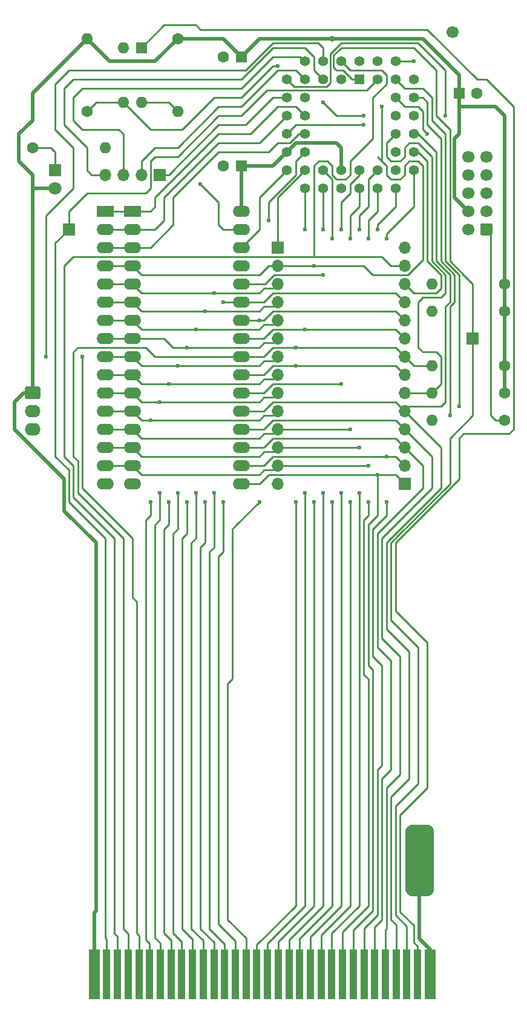
<source format=gbr>
G04 #@! TF.GenerationSoftware,KiCad,Pcbnew,(5.1.7)-1*
G04 #@! TF.CreationDate,2022-08-21T21:46:21-03:00*
G04 #@! TF.ProjectId,Squareboi2,53717561-7265-4626-9f69-322e6b696361,1*
G04 #@! TF.SameCoordinates,Original*
G04 #@! TF.FileFunction,Copper,L1,Top*
G04 #@! TF.FilePolarity,Positive*
%FSLAX46Y46*%
G04 Gerber Fmt 4.6, Leading zero omitted, Abs format (unit mm)*
G04 Created by KiCad (PCBNEW (5.1.7)-1) date 2022-08-21 21:46:21*
%MOMM*%
%LPD*%
G01*
G04 APERTURE LIST*
G04 #@! TA.AperFunction,ComponentPad*
%ADD10O,1.600000X1.600000*%
G04 #@! TD*
G04 #@! TA.AperFunction,ComponentPad*
%ADD11C,1.600000*%
G04 #@! TD*
G04 #@! TA.AperFunction,ComponentPad*
%ADD12R,1.700000X1.700000*%
G04 #@! TD*
G04 #@! TA.AperFunction,ComponentPad*
%ADD13O,2.190000X1.740000*%
G04 #@! TD*
G04 #@! TA.AperFunction,ComponentPad*
%ADD14C,1.800000*%
G04 #@! TD*
G04 #@! TA.AperFunction,ComponentPad*
%ADD15R,1.800000X1.800000*%
G04 #@! TD*
G04 #@! TA.AperFunction,ComponentPad*
%ADD16R,1.600000X1.600000*%
G04 #@! TD*
G04 #@! TA.AperFunction,ComponentPad*
%ADD17C,1.700000*%
G04 #@! TD*
G04 #@! TA.AperFunction,ComponentPad*
%ADD18O,1.700000X1.700000*%
G04 #@! TD*
G04 #@! TA.AperFunction,ComponentPad*
%ADD19O,2.400000X1.600000*%
G04 #@! TD*
G04 #@! TA.AperFunction,ComponentPad*
%ADD20R,2.400000X1.600000*%
G04 #@! TD*
G04 #@! TA.AperFunction,ComponentPad*
%ADD21C,1.422400*%
G04 #@! TD*
G04 #@! TA.AperFunction,ComponentPad*
%ADD22R,1.422400X1.422400*%
G04 #@! TD*
G04 #@! TA.AperFunction,SMDPad,CuDef*
%ADD23R,1.500000X7.000000*%
G04 #@! TD*
G04 #@! TA.AperFunction,SMDPad,CuDef*
%ADD24R,1.000000X7.000000*%
G04 #@! TD*
G04 #@! TA.AperFunction,ViaPad*
%ADD25C,0.800000*%
G04 #@! TD*
G04 #@! TA.AperFunction,ViaPad*
%ADD26C,0.600000*%
G04 #@! TD*
G04 #@! TA.AperFunction,Conductor*
%ADD27C,0.500000*%
G04 #@! TD*
G04 #@! TA.AperFunction,Conductor*
%ADD28C,0.250000*%
G04 #@! TD*
G04 #@! TA.AperFunction,Conductor*
%ADD29C,0.254000*%
G04 #@! TD*
G04 #@! TA.AperFunction,Conductor*
%ADD30C,0.100000*%
G04 #@! TD*
G04 APERTURE END LIST*
D10*
X78740000Y-62230000D03*
D11*
X88900000Y-62230000D03*
D12*
X84455000Y-66040000D03*
D13*
X22860000Y-78740000D03*
X22860000Y-76200000D03*
G04 #@! TA.AperFunction,ComponentPad*
G36*
G01*
X22014999Y-72790000D02*
X23705001Y-72790000D01*
G75*
G02*
X23955000Y-73039999I0J-249999D01*
G01*
X23955000Y-74280001D01*
G75*
G02*
X23705001Y-74530000I-249999J0D01*
G01*
X22014999Y-74530000D01*
G75*
G02*
X21765000Y-74280001I0J249999D01*
G01*
X21765000Y-73039999D01*
G75*
G02*
X22014999Y-72790000I249999J0D01*
G01*
G37*
G04 #@! TD.AperFunction*
D14*
X26035000Y-45085000D03*
D15*
X26035000Y-42545000D03*
D10*
X33020000Y-39370000D03*
D11*
X22860000Y-39370000D03*
D10*
X78740000Y-77470000D03*
D11*
X88900000Y-77470000D03*
D10*
X78740000Y-73660000D03*
D11*
X88900000Y-73660000D03*
D10*
X78740000Y-69850000D03*
D11*
X88900000Y-69850000D03*
D10*
X78740000Y-58420000D03*
D11*
X88900000Y-58420000D03*
D10*
X30480000Y-24130000D03*
D11*
X30480000Y-34290000D03*
D10*
X43180000Y-34290000D03*
D11*
X43180000Y-24130000D03*
D10*
X38100000Y-33020000D03*
X35560000Y-25400000D03*
X35560000Y-33020000D03*
D16*
X38100000Y-25400000D03*
D17*
X83820000Y-40640000D03*
X83820000Y-43180000D03*
X83820000Y-45720000D03*
X83820000Y-48260000D03*
X83820000Y-50800000D03*
X86360000Y-40640000D03*
X86360000Y-43180000D03*
X86360000Y-45720000D03*
X86360000Y-48260000D03*
G04 #@! TA.AperFunction,ComponentPad*
G36*
G01*
X87210000Y-50200000D02*
X87210000Y-51400000D01*
G75*
G02*
X86960000Y-51650000I-250000J0D01*
G01*
X85760000Y-51650000D01*
G75*
G02*
X85510000Y-51400000I0J250000D01*
G01*
X85510000Y-50200000D01*
G75*
G02*
X85760000Y-49950000I250000J0D01*
G01*
X86960000Y-49950000D01*
G75*
G02*
X87210000Y-50200000I0J-250000D01*
G01*
G37*
G04 #@! TD.AperFunction*
D18*
X74930000Y-53340000D03*
X74930000Y-55880000D03*
X74930000Y-58420000D03*
X74930000Y-60960000D03*
X74930000Y-63500000D03*
X74930000Y-66040000D03*
X74930000Y-68580000D03*
X74930000Y-71120000D03*
X74930000Y-73660000D03*
X74930000Y-76200000D03*
X74930000Y-78740000D03*
X74930000Y-81280000D03*
X74930000Y-83820000D03*
D12*
X74930000Y-86360000D03*
D18*
X57150000Y-86360000D03*
X57150000Y-83820000D03*
X57150000Y-81280000D03*
X57150000Y-78740000D03*
X57150000Y-76200000D03*
X57150000Y-73660000D03*
X57150000Y-71120000D03*
X57150000Y-68580000D03*
X57150000Y-66040000D03*
X57150000Y-63500000D03*
X57150000Y-60960000D03*
X57150000Y-58420000D03*
X57150000Y-55880000D03*
D12*
X57150000Y-53340000D03*
D18*
X33020000Y-43180000D03*
X35560000Y-43180000D03*
X38100000Y-43180000D03*
D12*
X40640000Y-43180000D03*
D19*
X33020000Y-86360000D03*
X33020000Y-83820000D03*
X33020000Y-81280000D03*
X33020000Y-78740000D03*
X33020000Y-76200000D03*
X33020000Y-73660000D03*
X33020000Y-71120000D03*
X33020000Y-68580000D03*
X33020000Y-66040000D03*
X33020000Y-63500000D03*
X33020000Y-60960000D03*
X33020000Y-58420000D03*
X33020000Y-55880000D03*
X33020000Y-53340000D03*
X33020000Y-50800000D03*
D20*
X33020000Y-48260000D03*
D12*
X27940000Y-50800000D03*
D11*
X85050000Y-31750000D03*
D16*
X82550000Y-31750000D03*
D17*
X81661000Y-23241000D03*
D19*
X52070000Y-48260000D03*
X36830000Y-86360000D03*
X52070000Y-50800000D03*
X36830000Y-83820000D03*
X52070000Y-53340000D03*
X36830000Y-81280000D03*
X52070000Y-55880000D03*
X36830000Y-78740000D03*
X52070000Y-58420000D03*
X36830000Y-76200000D03*
X52070000Y-60960000D03*
X36830000Y-73660000D03*
X52070000Y-63500000D03*
X36830000Y-71120000D03*
X52070000Y-66040000D03*
X36830000Y-68580000D03*
X52070000Y-68580000D03*
X36830000Y-66040000D03*
X52070000Y-71120000D03*
X36830000Y-63500000D03*
X52070000Y-73660000D03*
X36830000Y-60960000D03*
X52070000Y-76200000D03*
X36830000Y-58420000D03*
X52070000Y-78740000D03*
X36830000Y-55880000D03*
X52070000Y-81280000D03*
X36830000Y-53340000D03*
X52070000Y-83820000D03*
X36830000Y-50800000D03*
X52070000Y-86360000D03*
D20*
X36830000Y-48260000D03*
D21*
X76200000Y-29845000D03*
X76200000Y-32385000D03*
X76200000Y-34925000D03*
X76200000Y-37465000D03*
X76200000Y-40005000D03*
X73660000Y-27305000D03*
X73660000Y-32385000D03*
X73660000Y-34925000D03*
X73660000Y-37465000D03*
X73660000Y-40005000D03*
X73660000Y-42545000D03*
X73660000Y-45085000D03*
X71120000Y-45085000D03*
X68580000Y-45085000D03*
X66040000Y-45085000D03*
X63500000Y-45085000D03*
X60960000Y-45085000D03*
X76200000Y-42545000D03*
X71120000Y-42545000D03*
X68580000Y-42545000D03*
X66040000Y-42545000D03*
X63500000Y-42545000D03*
X60960000Y-42545000D03*
X58420000Y-42545000D03*
X58420000Y-40005000D03*
X58420000Y-37465000D03*
X58420000Y-34925000D03*
X58420000Y-32385000D03*
X58420000Y-29845000D03*
X60960000Y-40005000D03*
X60960000Y-37465000D03*
X60960000Y-34925000D03*
X60960000Y-32385000D03*
X60960000Y-29845000D03*
X71120000Y-27305000D03*
X68580000Y-27305000D03*
X60960000Y-27305000D03*
X63500000Y-27305000D03*
X66040000Y-27305000D03*
X73660000Y-29845000D03*
X71120000Y-29845000D03*
X63500000Y-29845000D03*
X66040000Y-29845000D03*
D22*
X68580000Y-29845000D03*
D23*
X78500000Y-155000000D03*
D24*
X76750000Y-155000000D03*
X75250000Y-155000000D03*
X73750000Y-155000000D03*
X72250000Y-155000000D03*
X70750000Y-155000000D03*
X69250000Y-155000000D03*
X67750000Y-155000000D03*
X66250000Y-155000000D03*
X64750000Y-155000000D03*
X63250000Y-155000000D03*
X61750000Y-155000000D03*
X60250000Y-155000000D03*
X58750000Y-155000000D03*
X57250000Y-155000000D03*
X55750000Y-155000000D03*
X54250000Y-155000000D03*
X52750000Y-155000000D03*
X51250000Y-155000000D03*
X49750000Y-155000000D03*
X48250000Y-155000000D03*
X46750000Y-155000000D03*
X45250000Y-155000000D03*
X43750000Y-155000000D03*
X42250000Y-155000000D03*
X40750000Y-155000000D03*
X39250000Y-155000000D03*
X37750000Y-155000000D03*
X36250000Y-155000000D03*
X34750000Y-155000000D03*
X33250000Y-155000000D03*
D23*
X31500000Y-155000000D03*
D11*
X49570000Y-41910000D03*
D16*
X52070000Y-41910000D03*
D11*
X49570000Y-26670000D03*
D16*
X52070000Y-26670000D03*
D25*
X64770000Y-24130000D03*
D26*
X76000000Y-143000000D03*
X78000000Y-143000000D03*
X77000000Y-142000000D03*
X76000000Y-141000000D03*
X78000000Y-141000000D03*
X77000000Y-140000000D03*
X76000000Y-139000000D03*
X78000000Y-139000000D03*
X77000000Y-138000000D03*
X76000000Y-137000000D03*
X78000000Y-137000000D03*
X77000000Y-136000000D03*
X76000000Y-135000000D03*
X78000000Y-135000000D03*
X81280000Y-76835000D03*
X82550000Y-75565000D03*
X72390000Y-82550000D03*
X72390000Y-52070000D03*
X72390000Y-88900000D03*
X71120000Y-85090000D03*
X71120000Y-50800000D03*
X69850000Y-83820000D03*
X69850000Y-88900000D03*
X69850000Y-52070000D03*
X68580000Y-81280000D03*
X68580000Y-87630000D03*
X68580000Y-50800000D03*
X67310000Y-78740000D03*
X67310000Y-88900000D03*
X67310000Y-52070000D03*
X66040000Y-87630000D03*
X66040000Y-72390000D03*
X66040000Y-50800000D03*
X64770000Y-88900000D03*
X64770000Y-52070000D03*
X63500000Y-87630000D03*
X63500000Y-57150000D03*
X63500000Y-50800000D03*
X62230000Y-55880000D03*
X62230000Y-88900000D03*
X71755000Y-33655000D03*
X60960000Y-87630000D03*
X60960000Y-64770000D03*
X59690000Y-88900000D03*
X59690000Y-69850000D03*
X54610000Y-63500000D03*
X54610000Y-88900000D03*
X49530000Y-60960000D03*
X49530000Y-88900000D03*
X48260000Y-87630000D03*
X48260000Y-59690000D03*
X46990000Y-88920000D03*
X46990000Y-62230000D03*
X45720000Y-87630000D03*
X45720000Y-64770000D03*
X44450000Y-88900000D03*
X44450000Y-67310000D03*
X43180000Y-87630000D03*
X43180000Y-69850000D03*
X41910000Y-88900000D03*
X41910000Y-72390000D03*
X40640000Y-87630000D03*
X40640000Y-74930000D03*
X39370000Y-88900000D03*
X39370000Y-77470000D03*
X80645000Y-34925000D03*
X69215000Y-36195000D03*
X78105000Y-37465000D03*
X55880000Y-49530000D03*
X29845000Y-68580000D03*
X24765000Y-68580000D03*
X60960000Y-50800000D03*
X59690000Y-67310000D03*
X46355000Y-44450000D03*
X63500000Y-33020000D03*
X57150000Y-27940000D03*
X69215000Y-34925000D03*
X76200000Y-27305000D03*
D27*
X52070000Y-41910000D02*
X52070000Y-48260000D01*
X56515000Y-41910000D02*
X58420000Y-40005000D01*
X52070000Y-41910000D02*
X56515000Y-41910000D01*
X66040000Y-39370000D02*
X66040000Y-42545000D01*
X52070000Y-26670000D02*
X54610000Y-24130000D01*
X54610000Y-24130000D02*
X64770000Y-24130000D01*
X64770000Y-24130000D02*
X64770000Y-24130000D01*
X58420000Y-40005000D02*
X59690000Y-38735000D01*
X65405000Y-38735000D02*
X66040000Y-39370000D01*
X59690000Y-38735000D02*
X65405000Y-38735000D01*
X52070000Y-26670000D02*
X49530000Y-24130000D01*
X46990000Y-24130000D02*
X49530000Y-24130000D01*
X83820000Y-48260000D02*
X81915000Y-46355000D01*
X81915000Y-46355000D02*
X81915000Y-38100000D01*
X81915000Y-38100000D02*
X82550000Y-37465000D01*
X82550000Y-37465000D02*
X82550000Y-34290000D01*
X82550000Y-29210000D02*
X82550000Y-31750000D01*
X77470000Y-24130000D02*
X82550000Y-29210000D01*
X64770000Y-24130000D02*
X77470000Y-24130000D01*
X30480000Y-24130000D02*
X33655000Y-27305000D01*
X33655000Y-27305000D02*
X40005000Y-27305000D01*
X40005000Y-27305000D02*
X43180000Y-24130000D01*
X43180000Y-24130000D02*
X46990000Y-24130000D01*
X82550000Y-33655000D02*
X87630000Y-33655000D01*
X82550000Y-31750000D02*
X82550000Y-33655000D01*
X82550000Y-33655000D02*
X82550000Y-34290000D01*
X88900000Y-34925000D02*
X88900000Y-58420000D01*
X87630000Y-33655000D02*
X88900000Y-34925000D01*
X88900000Y-58420000D02*
X88900000Y-62230000D01*
X88900000Y-73660000D02*
X88900000Y-69850000D01*
X88900000Y-66040000D02*
X88900000Y-69850000D01*
X88900000Y-62230000D02*
X88900000Y-66040000D01*
X27305000Y-90170000D02*
X27305000Y-85725000D01*
X31750000Y-94615000D02*
X27305000Y-90170000D01*
X31750000Y-146050000D02*
X31750000Y-94615000D01*
X31500000Y-146300000D02*
X31750000Y-146050000D01*
X31500000Y-155000000D02*
X31500000Y-146300000D01*
X22860000Y-31750000D02*
X30480000Y-24130000D01*
X20955000Y-37465000D02*
X22860000Y-35560000D01*
X20955000Y-41275000D02*
X20955000Y-37465000D01*
X22860000Y-43180000D02*
X20955000Y-41275000D01*
X22860000Y-35560000D02*
X22860000Y-31750000D01*
X22860000Y-45085000D02*
X26035000Y-45085000D01*
X22860000Y-71120000D02*
X22860000Y-45085000D01*
X22860000Y-45085000D02*
X22860000Y-43180000D01*
X27305000Y-85725000D02*
X20320000Y-78740000D01*
X20320000Y-78740000D02*
X20320000Y-74930000D01*
X20320000Y-74930000D02*
X21590000Y-73660000D01*
X21590000Y-73660000D02*
X22860000Y-73660000D01*
X22860000Y-73660000D02*
X22860000Y-71120000D01*
X78500000Y-155000000D02*
X78500000Y-151500000D01*
X77000000Y-150000000D02*
X77000000Y-146000000D01*
X78500000Y-151500000D02*
X77000000Y-150000000D01*
X77000000Y-146000000D02*
X77000000Y-144000000D01*
X77000000Y-144000000D02*
X77000000Y-142000000D01*
X77000000Y-142000000D02*
X77000000Y-140000000D01*
X77000000Y-140000000D02*
X77000000Y-138000000D01*
X77000000Y-138000000D02*
X77000000Y-136000000D01*
D28*
X52070000Y-76200000D02*
X55245000Y-76200000D01*
X55245000Y-76200000D02*
X56515000Y-74930000D01*
X56515000Y-74930000D02*
X73660000Y-74930000D01*
X73660000Y-74930000D02*
X74930000Y-76200000D01*
X80010000Y-81280000D02*
X74930000Y-76200000D01*
X72390000Y-106680000D02*
X72390000Y-94612180D01*
X75565000Y-109855000D02*
X72390000Y-106680000D01*
X80010000Y-86992180D02*
X80010000Y-81280000D01*
X75565000Y-127635000D02*
X75565000Y-109855000D01*
X72390000Y-94612180D02*
X80010000Y-86992180D01*
X73025000Y-130175000D02*
X75565000Y-127635000D01*
X73025000Y-147320000D02*
X73025000Y-130175000D01*
X73750000Y-148045000D02*
X73025000Y-147320000D01*
X73750000Y-155000000D02*
X73750000Y-148045000D01*
X79376410Y-40006410D02*
X76835000Y-37465000D01*
X81280000Y-60960000D02*
X81280000Y-57147180D01*
X80645000Y-61595000D02*
X81280000Y-60960000D01*
X76835000Y-37465000D02*
X76200000Y-37465000D01*
X80645000Y-74930000D02*
X80645000Y-61595000D01*
X79376410Y-55243590D02*
X79376410Y-40006410D01*
X80010000Y-75565000D02*
X80645000Y-74930000D01*
X75565000Y-75565000D02*
X80010000Y-75565000D01*
X81280000Y-57147180D02*
X79376410Y-55243590D01*
X74930000Y-76200000D02*
X75565000Y-75565000D01*
X55245000Y-78740000D02*
X56515000Y-77470000D01*
X52070000Y-78740000D02*
X55245000Y-78740000D01*
X56515000Y-77470000D02*
X73660000Y-77470000D01*
X73660000Y-77470000D02*
X74930000Y-78740000D01*
X78740000Y-82550000D02*
X74930000Y-78740000D01*
X72250000Y-155000000D02*
X72250000Y-148730000D01*
X78105000Y-87631410D02*
X78105000Y-87630000D01*
X72250000Y-148730000D02*
X72390000Y-148590000D01*
X72390000Y-148590000D02*
X72390000Y-128905000D01*
X76832180Y-88900000D02*
X76836410Y-88900000D01*
X72390000Y-128905000D02*
X74295000Y-127000000D01*
X74295000Y-127000000D02*
X74295000Y-110490000D01*
X74295000Y-110490000D02*
X71755000Y-107950000D01*
X71755000Y-107950000D02*
X71755000Y-93977180D01*
X71755000Y-93977180D02*
X76832180Y-88900000D01*
X76836410Y-88900000D02*
X78105000Y-87631410D01*
X78105000Y-87630000D02*
X78740000Y-86995000D01*
X78740000Y-86995000D02*
X78740000Y-82550000D01*
X81915000Y-57145770D02*
X81915000Y-60961410D01*
X78105000Y-33020000D02*
X78105000Y-36195000D01*
X80012115Y-55242885D02*
X81915000Y-57145770D01*
X80012115Y-38102115D02*
X80012115Y-55242885D01*
X78105000Y-36195000D02*
X80012115Y-38102115D01*
X77470000Y-32385000D02*
X78105000Y-33020000D01*
X76200000Y-32385000D02*
X77470000Y-32385000D01*
X81280000Y-61596410D02*
X81280000Y-62230000D01*
X81915000Y-60961410D02*
X81280000Y-61596410D01*
X81280000Y-62230000D02*
X81280000Y-76835000D01*
X52070000Y-81280000D02*
X55245000Y-81280000D01*
X55245000Y-81280000D02*
X56515000Y-80010000D01*
X73660000Y-80010000D02*
X74930000Y-81280000D01*
X56515000Y-80010000D02*
X73660000Y-80010000D01*
X73660000Y-29845000D02*
X74930000Y-31115000D01*
X74930000Y-31115000D02*
X77470000Y-31115000D01*
X77470000Y-31115000D02*
X78740000Y-32385000D01*
X78740000Y-32385000D02*
X78740000Y-35560000D01*
X80647820Y-37467820D02*
X80647820Y-55242180D01*
X78740000Y-35560000D02*
X80647820Y-37467820D01*
X80647820Y-55242180D02*
X82550000Y-57144360D01*
X77470000Y-86995000D02*
X77470000Y-83820000D01*
X71120000Y-93345000D02*
X77470000Y-86995000D01*
X71120000Y-109220000D02*
X71120000Y-93345000D01*
X73025000Y-111125000D02*
X71120000Y-109220000D01*
X71755000Y-127635000D02*
X73025000Y-126365000D01*
X77470000Y-83820000D02*
X74930000Y-81280000D01*
X71755000Y-147320000D02*
X71755000Y-127635000D01*
X70750000Y-148325000D02*
X71755000Y-147320000D01*
X73025000Y-126365000D02*
X73025000Y-111125000D01*
X70750000Y-155000000D02*
X70750000Y-148325000D01*
X82550000Y-57144360D02*
X82550000Y-57785000D01*
X82550000Y-57785000D02*
X82550000Y-62230000D01*
X82550000Y-75565000D02*
X82550000Y-62230000D01*
X73660000Y-82550000D02*
X74930000Y-83820000D01*
X56680998Y-82550000D02*
X72390000Y-82550000D01*
X72390000Y-82550000D02*
X73660000Y-82550000D01*
X72390000Y-52070000D02*
X72390000Y-51435000D01*
X76200000Y-47625000D02*
X76200000Y-42545000D01*
X72390000Y-51435000D02*
X76200000Y-47625000D01*
X55245000Y-83820000D02*
X56515000Y-82550000D01*
X52070000Y-83820000D02*
X55245000Y-83820000D01*
X56515000Y-82550000D02*
X56680998Y-82550000D01*
X72390000Y-88900000D02*
X72390000Y-88900000D01*
X72390000Y-89535000D02*
X72390000Y-88900000D01*
X72390000Y-90805000D02*
X72390000Y-89535000D01*
X70485000Y-92710000D02*
X72390000Y-90805000D01*
X70485000Y-110490000D02*
X70485000Y-92710000D01*
X71755000Y-111760000D02*
X70485000Y-110490000D01*
X71755000Y-125730000D02*
X71755000Y-111760000D01*
X71120000Y-126365000D02*
X71755000Y-125730000D01*
X69250000Y-148555000D02*
X71120000Y-146685000D01*
X71120000Y-146685000D02*
X71120000Y-126365000D01*
X69250000Y-155000000D02*
X69250000Y-148555000D01*
X52070000Y-86360000D02*
X54610000Y-86360000D01*
X54610000Y-86360000D02*
X55880000Y-85090000D01*
X73660000Y-85090000D02*
X74930000Y-86360000D01*
X55880000Y-85090000D02*
X71120000Y-85090000D01*
X71120000Y-85090000D02*
X73660000Y-85090000D01*
X71120000Y-50800000D02*
X71120000Y-50165000D01*
X73660000Y-47625000D02*
X73660000Y-45085000D01*
X71120000Y-50165000D02*
X73660000Y-47625000D01*
X71120000Y-87630000D02*
X71120000Y-85090000D01*
X71120000Y-90805000D02*
X71120000Y-87630000D01*
X69850000Y-111760000D02*
X69850000Y-92075000D01*
X69850000Y-92075000D02*
X71120000Y-90805000D01*
X70485000Y-146050000D02*
X70485000Y-112395000D01*
X70485000Y-112395000D02*
X69850000Y-111760000D01*
X67750000Y-148785000D02*
X70485000Y-146050000D01*
X67750000Y-155000000D02*
X67750000Y-148785000D01*
X57150000Y-83820000D02*
X68580000Y-83820000D01*
X68580000Y-83820000D02*
X69850000Y-83820000D01*
X69850000Y-83820000D02*
X69850000Y-83820000D01*
X69850000Y-88900000D02*
X69850000Y-88900000D01*
X69850000Y-52070000D02*
X69850000Y-49530000D01*
X71120000Y-48260000D02*
X71120000Y-45085000D01*
X69850000Y-49530000D02*
X71120000Y-48260000D01*
X36830000Y-83820000D02*
X38100000Y-85090000D01*
X38100000Y-85090000D02*
X54610000Y-85090000D01*
X54610000Y-85090000D02*
X55245000Y-84455000D01*
X56515000Y-84455000D02*
X57150000Y-83820000D01*
X55245000Y-84455000D02*
X56515000Y-84455000D01*
X36830000Y-83820000D02*
X33020000Y-83820000D01*
X69850000Y-90805000D02*
X69850000Y-88900000D01*
X69215000Y-91440000D02*
X69850000Y-90805000D01*
X69850000Y-113665000D02*
X69215000Y-113030000D01*
X69850000Y-145415000D02*
X69850000Y-113665000D01*
X69215000Y-113030000D02*
X69215000Y-91440000D01*
X66250000Y-149015000D02*
X69850000Y-145415000D01*
X66250000Y-155000000D02*
X66250000Y-149015000D01*
X57150000Y-81280000D02*
X67310000Y-81280000D01*
X67310000Y-81280000D02*
X68580000Y-81280000D01*
X68580000Y-81280000D02*
X68580000Y-81280000D01*
X68580000Y-87630000D02*
X68580000Y-87630000D01*
X68580000Y-50800000D02*
X68580000Y-48895000D01*
X68580000Y-48895000D02*
X69850000Y-47625000D01*
X69850000Y-43815000D02*
X71120000Y-42545000D01*
X69850000Y-47625000D02*
X69850000Y-43815000D01*
X36830000Y-81280000D02*
X38100000Y-82550000D01*
X57150000Y-81280000D02*
X56515000Y-81915000D01*
X55245000Y-81915000D02*
X54610000Y-82550000D01*
X56515000Y-81915000D02*
X55245000Y-81915000D01*
X38100000Y-82550000D02*
X54610000Y-82550000D01*
X68580000Y-145415000D02*
X68580000Y-87630000D01*
X64750000Y-149245000D02*
X68580000Y-145415000D01*
X64750000Y-155000000D02*
X64750000Y-149245000D01*
X36830000Y-81280000D02*
X33020000Y-81280000D01*
X57150000Y-78740000D02*
X66040000Y-78740000D01*
X66040000Y-78740000D02*
X67310000Y-78740000D01*
X67310000Y-78740000D02*
X67310000Y-78740000D01*
X67310000Y-88900000D02*
X67310000Y-88900000D01*
X67310000Y-52070000D02*
X67310000Y-48895000D01*
X68580000Y-47625000D02*
X68580000Y-45085000D01*
X67310000Y-48895000D02*
X68580000Y-47625000D01*
X38100000Y-80010000D02*
X54610000Y-80010000D01*
X56515000Y-78740000D02*
X57150000Y-78740000D01*
X36830000Y-78740000D02*
X38100000Y-80010000D01*
X56699990Y-79190010D02*
X57150000Y-78740000D01*
X54610000Y-80010000D02*
X55245000Y-79375000D01*
X56515000Y-79375000D02*
X57150000Y-78740000D01*
X55245000Y-79375000D02*
X56515000Y-79375000D01*
X67310000Y-145415000D02*
X67310000Y-88900000D01*
X63250000Y-149475000D02*
X67310000Y-145415000D01*
X63250000Y-155000000D02*
X63250000Y-149475000D01*
X36830000Y-78740000D02*
X33020000Y-78740000D01*
X66040000Y-87630000D02*
X66040000Y-87630000D01*
X66040000Y-72390000D02*
X66040000Y-72390000D01*
X68580000Y-43180000D02*
X68580000Y-42545000D01*
X67310000Y-44450000D02*
X68580000Y-43180000D01*
X67310000Y-45720000D02*
X67310000Y-44450000D01*
X66040000Y-46990000D02*
X67310000Y-45720000D01*
X66040000Y-50800000D02*
X66040000Y-46990000D01*
X55245000Y-73660000D02*
X56515000Y-72390000D01*
X52070000Y-73660000D02*
X55245000Y-73660000D01*
X56515000Y-72390000D02*
X57150000Y-72390000D01*
X57150000Y-72390000D02*
X66040000Y-72390000D01*
X66040000Y-145415000D02*
X66040000Y-87630000D01*
X61750000Y-149705000D02*
X66040000Y-145415000D01*
X61750000Y-155000000D02*
X61750000Y-149705000D01*
X64770000Y-88900000D02*
X64770000Y-88900000D01*
X64770000Y-43815000D02*
X63500000Y-42545000D01*
X64770000Y-52070000D02*
X64770000Y-43815000D01*
X64770000Y-145415000D02*
X64770000Y-88900000D01*
X60250000Y-149935000D02*
X64770000Y-145415000D01*
X60250000Y-155000000D02*
X60250000Y-149935000D01*
X63500000Y-87630000D02*
X63500000Y-87630000D01*
X55410998Y-58420000D02*
X56680998Y-57150000D01*
X52070000Y-58420000D02*
X55410998Y-58420000D01*
X56680998Y-57150000D02*
X63500000Y-57150000D01*
X63500000Y-57150000D02*
X63500000Y-57150000D01*
X63500000Y-50800000D02*
X63500000Y-45085000D01*
X63500000Y-145415000D02*
X63500000Y-87630000D01*
X58750000Y-150165000D02*
X63500000Y-145415000D01*
X58750000Y-155000000D02*
X58750000Y-150165000D01*
X57150000Y-55880000D02*
X62230000Y-55880000D01*
X62230000Y-55880000D02*
X62230000Y-55880000D01*
X36830000Y-55880000D02*
X38100000Y-57150000D01*
X38100000Y-57150000D02*
X54610000Y-57150000D01*
X54610000Y-57150000D02*
X55880000Y-55880000D01*
X55880000Y-55880000D02*
X57150000Y-55880000D01*
X62230000Y-145415000D02*
X62230000Y-88900000D01*
X57250000Y-150395000D02*
X62230000Y-145415000D01*
X57250000Y-155000000D02*
X57250000Y-150395000D01*
X36830000Y-55880000D02*
X33020000Y-55880000D01*
X62230000Y-55880000D02*
X69215000Y-55880000D01*
X69215000Y-55880000D02*
X70485000Y-57150000D01*
X75399002Y-57150000D02*
X77470000Y-55079002D01*
X70485000Y-57150000D02*
X75399002Y-57150000D01*
X77470000Y-55079002D02*
X77470000Y-42545000D01*
X77470000Y-42545000D02*
X77470000Y-41910000D01*
X77470000Y-41910000D02*
X76835000Y-41275000D01*
X76835000Y-41275000D02*
X75565000Y-41275000D01*
X75565000Y-41275000D02*
X74930000Y-41910000D01*
X74930000Y-41910000D02*
X74930000Y-43180000D01*
X74930000Y-43180000D02*
X74295000Y-43815000D01*
X74295000Y-43815000D02*
X73025000Y-43815000D01*
X73025000Y-43815000D02*
X72390000Y-43180000D01*
X72390000Y-43180000D02*
X72390000Y-41910000D01*
X72390000Y-41910000D02*
X71755000Y-41275000D01*
X71755000Y-41275000D02*
X71120000Y-40640000D01*
X71755000Y-41275000D02*
X71755000Y-33655000D01*
X71755000Y-33655000D02*
X71755000Y-33655000D01*
X55245000Y-66040000D02*
X56515000Y-64770000D01*
X52070000Y-66040000D02*
X55245000Y-66040000D01*
X56515000Y-64770000D02*
X60960000Y-64770000D01*
X73660000Y-64770000D02*
X74930000Y-66040000D01*
X60960000Y-64770000D02*
X73660000Y-64770000D01*
X60960000Y-145415000D02*
X60960000Y-87630000D01*
X55750000Y-150625000D02*
X60960000Y-145415000D01*
X55750000Y-155000000D02*
X55750000Y-150625000D01*
X52070000Y-71120000D02*
X55245000Y-71120000D01*
X55245000Y-71120000D02*
X56515000Y-69850000D01*
X56515000Y-69850000D02*
X73660000Y-69850000D01*
X73660000Y-69850000D02*
X74930000Y-71120000D01*
X59690000Y-145415000D02*
X59690000Y-113030000D01*
X54250000Y-150855000D02*
X59690000Y-145415000D01*
X54250000Y-155000000D02*
X54250000Y-150855000D01*
X59690000Y-113030000D02*
X59690000Y-88900000D01*
X52750000Y-155000000D02*
X52750000Y-152000000D01*
X52070000Y-63500000D02*
X54610000Y-63500000D01*
X54610000Y-63500000D02*
X55245000Y-63500000D01*
X55245000Y-63500000D02*
X56515000Y-62230000D01*
X56515000Y-62230000D02*
X73660000Y-62230000D01*
X73660000Y-62230000D02*
X74930000Y-63500000D01*
X51435000Y-92075000D02*
X54610000Y-88900000D01*
X50165000Y-147320000D02*
X50165000Y-114300000D01*
X52750000Y-149905000D02*
X50165000Y-147320000D01*
X52750000Y-155000000D02*
X52750000Y-149905000D01*
X50800000Y-92710000D02*
X51435000Y-92075000D01*
X50800000Y-113665000D02*
X50800000Y-92710000D01*
X50165000Y-114300000D02*
X50800000Y-113665000D01*
X52070000Y-60960000D02*
X49530000Y-60960000D01*
X49530000Y-88900000D02*
X49530000Y-88900000D01*
X52070000Y-60960000D02*
X55245000Y-60960000D01*
X55245000Y-60960000D02*
X56515000Y-59690000D01*
X56515000Y-59690000D02*
X73660000Y-59690000D01*
X73660000Y-59690000D02*
X74930000Y-60960000D01*
X49530000Y-95885000D02*
X49530000Y-88900000D01*
X48895000Y-96520000D02*
X49530000Y-95885000D01*
X48895000Y-147955000D02*
X48895000Y-96520000D01*
X51250000Y-150310000D02*
X48895000Y-147955000D01*
X51250000Y-155000000D02*
X51250000Y-150310000D01*
X36830000Y-58420000D02*
X38100000Y-59690000D01*
X38100000Y-59690000D02*
X54610000Y-59690000D01*
X54610000Y-59690000D02*
X55245000Y-59055000D01*
X56515000Y-59055000D02*
X57150000Y-58420000D01*
X55245000Y-59055000D02*
X56515000Y-59055000D01*
X36830000Y-58420000D02*
X33020000Y-58420000D01*
X48260000Y-95250000D02*
X48260000Y-87630000D01*
X47625000Y-148590000D02*
X47625000Y-95885000D01*
X49750000Y-150715000D02*
X47625000Y-148590000D01*
X47625000Y-95885000D02*
X48260000Y-95250000D01*
X49750000Y-155000000D02*
X49750000Y-150715000D01*
X48250000Y-155000000D02*
X48250000Y-151937950D01*
X36830000Y-60960000D02*
X38100000Y-62230000D01*
X38100000Y-62230000D02*
X54610000Y-62230000D01*
X54610000Y-62230000D02*
X55245000Y-61595000D01*
X56515000Y-61595000D02*
X57150000Y-60960000D01*
X55245000Y-61595000D02*
X56515000Y-61595000D01*
X46990000Y-88920000D02*
X46990000Y-88920000D01*
X36830000Y-60960000D02*
X33020000Y-60960000D01*
X46990000Y-94615000D02*
X46990000Y-88920000D01*
X46355000Y-95250000D02*
X46990000Y-94615000D01*
X46355000Y-148590000D02*
X46355000Y-95250000D01*
X48250000Y-150485000D02*
X46355000Y-148590000D01*
X48250000Y-155000000D02*
X48250000Y-150485000D01*
X36830000Y-63500000D02*
X38100000Y-64770000D01*
X38100000Y-64770000D02*
X54610000Y-64770000D01*
X54610000Y-64770000D02*
X55245000Y-64135000D01*
X56515000Y-64135000D02*
X57150000Y-63500000D01*
X55245000Y-64135000D02*
X56515000Y-64135000D01*
X36830000Y-63500000D02*
X33020000Y-63500000D01*
X45720000Y-93980000D02*
X45720000Y-87630000D01*
X45085000Y-148590000D02*
X45085000Y-94615000D01*
X46750000Y-150255000D02*
X45085000Y-148590000D01*
X45085000Y-94615000D02*
X45720000Y-93980000D01*
X46750000Y-155000000D02*
X46750000Y-150255000D01*
X36830000Y-66040000D02*
X33020000Y-66040000D01*
X41275000Y-66040000D02*
X36830000Y-66040000D01*
X42545000Y-67310000D02*
X41275000Y-66040000D01*
X54610000Y-67310000D02*
X42545000Y-67310000D01*
X55245000Y-66675000D02*
X54610000Y-67310000D01*
X56515000Y-66675000D02*
X55245000Y-66675000D01*
X57150000Y-66040000D02*
X56515000Y-66675000D01*
X44450000Y-93345000D02*
X44450000Y-88900000D01*
X43815000Y-93980000D02*
X44450000Y-93345000D01*
X43815000Y-148590000D02*
X43815000Y-93980000D01*
X45250000Y-150025000D02*
X43815000Y-148590000D01*
X45250000Y-155000000D02*
X45250000Y-150025000D01*
X36830000Y-68580000D02*
X38100000Y-69850000D01*
X38100000Y-69850000D02*
X54610000Y-69850000D01*
X54610000Y-69850000D02*
X55245000Y-69215000D01*
X56515000Y-69215000D02*
X57150000Y-68580000D01*
X55245000Y-69215000D02*
X56515000Y-69215000D01*
X36830000Y-68580000D02*
X33020000Y-68580000D01*
X43180000Y-92710000D02*
X43180000Y-87630000D01*
X42545000Y-93345000D02*
X43180000Y-92710000D01*
X42545000Y-149225000D02*
X42545000Y-93345000D01*
X43750000Y-150430000D02*
X42545000Y-149225000D01*
X43750000Y-155000000D02*
X43750000Y-150430000D01*
X41910000Y-154660000D02*
X42250000Y-155000000D01*
X42250000Y-155000000D02*
X42535001Y-154714999D01*
X36830000Y-71120000D02*
X38100000Y-72390000D01*
X38100000Y-72390000D02*
X54610000Y-72390000D01*
X54610000Y-72390000D02*
X55245000Y-71755000D01*
X56515000Y-71755000D02*
X57150000Y-71120000D01*
X55245000Y-71755000D02*
X56515000Y-71755000D01*
X36830000Y-71120000D02*
X33020000Y-71120000D01*
X42250000Y-150835000D02*
X42250000Y-155000000D01*
X42250000Y-150200000D02*
X42250000Y-150835000D01*
X41275000Y-149225000D02*
X42250000Y-150200000D01*
X41275000Y-92710000D02*
X41275000Y-149225000D01*
X41910000Y-92075000D02*
X41275000Y-92710000D01*
X41910000Y-88900000D02*
X41910000Y-92075000D01*
X36830000Y-73660000D02*
X38100000Y-74930000D01*
X38100000Y-74930000D02*
X54610000Y-74930000D01*
X54610000Y-74930000D02*
X55245000Y-74295000D01*
X56515000Y-74295000D02*
X57150000Y-73660000D01*
X55245000Y-74295000D02*
X56515000Y-74295000D01*
X40640000Y-154890000D02*
X40750000Y-155000000D01*
X40750000Y-155000000D02*
X40750000Y-150605000D01*
X36830000Y-73660000D02*
X33020000Y-73660000D01*
X40640000Y-87630000D02*
X40640000Y-91440000D01*
X40640000Y-91440000D02*
X40005000Y-92075000D01*
X40005000Y-92075000D02*
X40005000Y-149860000D01*
X40005000Y-149860000D02*
X40750000Y-150605000D01*
X36830000Y-76200000D02*
X38100000Y-77470000D01*
X54610000Y-77470000D02*
X55245000Y-76835000D01*
X38100000Y-77470000D02*
X54610000Y-77470000D01*
X55245000Y-76835000D02*
X56515000Y-76835000D01*
X56515000Y-76835000D02*
X57150000Y-76200000D01*
X36830000Y-76200000D02*
X33020000Y-76200000D01*
X39250000Y-150615000D02*
X39250000Y-155000000D01*
X38735000Y-150100000D02*
X39250000Y-150615000D01*
X38735000Y-91440000D02*
X38735000Y-150100000D01*
X39370000Y-90805000D02*
X38735000Y-91440000D01*
X39370000Y-88900000D02*
X39370000Y-90805000D01*
X59456201Y-30881201D02*
X58420000Y-29845000D01*
X63997377Y-30881201D02*
X59456201Y-30881201D01*
X64553789Y-30324789D02*
X63997377Y-30881201D01*
X64553789Y-26251211D02*
X64553789Y-30324789D01*
X65405000Y-25398590D02*
X65405000Y-25400000D01*
X66038590Y-24765000D02*
X65405000Y-25398590D01*
X65405000Y-25400000D02*
X64553789Y-26251211D01*
X76835000Y-24765000D02*
X66038590Y-24765000D01*
X78105000Y-26035000D02*
X76835000Y-24765000D01*
X78105000Y-26035000D02*
X80645000Y-28575000D01*
X80645000Y-28575000D02*
X80645000Y-34925000D01*
X80645000Y-34925000D02*
X80645000Y-34925000D01*
X58420000Y-37465000D02*
X59690000Y-36195000D01*
X59690000Y-36195000D02*
X69215000Y-36195000D01*
X77470000Y-34290000D02*
X77470000Y-35560000D01*
X76835000Y-33655000D02*
X77470000Y-34290000D01*
X74930000Y-33655000D02*
X76835000Y-33655000D01*
X73660000Y-32385000D02*
X74930000Y-33655000D01*
X77470000Y-35560000D02*
X77470000Y-36830000D01*
X77470000Y-36830000D02*
X78105000Y-37465000D01*
X78105000Y-37465000D02*
X78105000Y-37465000D01*
X86995000Y-51435000D02*
X86360000Y-50800000D01*
X86995000Y-76835000D02*
X86995000Y-51435000D01*
X87630000Y-77470000D02*
X86995000Y-76835000D01*
X88900000Y-77470000D02*
X87630000Y-77470000D01*
X54610000Y-50800000D02*
X52070000Y-53340000D01*
X54610000Y-46355000D02*
X58420000Y-42545000D01*
X54610000Y-50800000D02*
X54610000Y-46355000D01*
X55880000Y-49530000D02*
X55880000Y-49530000D01*
X55880000Y-46990000D02*
X55880000Y-49530000D01*
X55880000Y-46988590D02*
X55880000Y-46990000D01*
X59690000Y-43178590D02*
X55880000Y-46988590D01*
X59690000Y-41275000D02*
X59690000Y-43178590D01*
X60960000Y-40005000D02*
X59690000Y-41275000D01*
X36830000Y-53340000D02*
X33020000Y-53340000D01*
X39370000Y-53340000D02*
X36830000Y-53340000D01*
X42545000Y-50165000D02*
X39370000Y-53340000D01*
X42545000Y-46355000D02*
X42545000Y-50165000D01*
X48895000Y-40005000D02*
X42545000Y-46355000D01*
X55880000Y-40005000D02*
X48895000Y-40005000D01*
X57150000Y-38735000D02*
X55880000Y-40005000D01*
X58876814Y-38735000D02*
X57150000Y-38735000D01*
X60146814Y-37465000D02*
X58876814Y-38735000D01*
X60960000Y-37465000D02*
X60146814Y-37465000D01*
X36830000Y-50800000D02*
X33020000Y-50800000D01*
X40005000Y-50800000D02*
X36830000Y-50800000D01*
X41275000Y-49530000D02*
X40005000Y-50800000D01*
X41275000Y-46355000D02*
X41275000Y-49530000D01*
X48895000Y-38735000D02*
X41275000Y-46355000D01*
X54610000Y-38735000D02*
X48895000Y-38735000D01*
X58420000Y-34925000D02*
X54610000Y-38735000D01*
X36830000Y-48260000D02*
X33020000Y-48260000D01*
X39370000Y-48260000D02*
X36830000Y-48260000D01*
X40005000Y-47625000D02*
X39370000Y-48260000D01*
X40005000Y-46355000D02*
X40005000Y-47625000D01*
X48895000Y-37465000D02*
X40005000Y-46355000D01*
X53340000Y-37465000D02*
X48895000Y-37465000D01*
X57151410Y-33653590D02*
X53340000Y-37465000D01*
X59688590Y-33653590D02*
X57151410Y-33653590D01*
X60960000Y-34925000D02*
X59688590Y-33653590D01*
X57150000Y-46355000D02*
X57150000Y-53340000D01*
X60960000Y-42545000D02*
X57150000Y-46355000D01*
X78105000Y-41275000D02*
X76835000Y-40005000D01*
X76835000Y-40005000D02*
X76200000Y-40005000D01*
X78105000Y-55245000D02*
X78105000Y-41275000D01*
X80010000Y-57150000D02*
X78105000Y-55245000D01*
X80010000Y-59055000D02*
X80010000Y-57150000D01*
X79375000Y-59690000D02*
X80010000Y-59055000D01*
X76200000Y-59690000D02*
X79375000Y-59690000D01*
X74930000Y-58420000D02*
X76200000Y-59690000D01*
X22860000Y-39370000D02*
X25400000Y-39370000D01*
X26035000Y-40005000D02*
X26035000Y-42545000D01*
X25400000Y-39370000D02*
X26035000Y-40005000D01*
X33250000Y-155000000D02*
X33250000Y-151723590D01*
X55646201Y-31348799D02*
X52070000Y-34925000D01*
X52070000Y-34925000D02*
X48895000Y-34925000D01*
X43180000Y-40640000D02*
X40005000Y-40640000D01*
X48895000Y-34925000D02*
X43180000Y-40640000D01*
X40005000Y-40640000D02*
X39370000Y-41275000D01*
X39370000Y-41275000D02*
X39370000Y-45085000D01*
X39370000Y-45085000D02*
X38735000Y-45720000D01*
X38735000Y-45720000D02*
X30480000Y-45720000D01*
X27940000Y-50800000D02*
X27940000Y-48260000D01*
X30480000Y-45720000D02*
X27940000Y-48260000D01*
X33250000Y-150265000D02*
X33250000Y-155000000D01*
X33250000Y-150090000D02*
X33250000Y-150265000D01*
X33020000Y-149860000D02*
X33250000Y-150090000D01*
X33020000Y-93980000D02*
X33020000Y-149860000D01*
X27940000Y-84455000D02*
X27940000Y-88900000D01*
X26035000Y-82550000D02*
X27940000Y-84455000D01*
X26035000Y-52705000D02*
X26035000Y-82550000D01*
X27940000Y-88900000D02*
X33020000Y-93980000D01*
X27940000Y-50800000D02*
X26035000Y-52705000D01*
X71120000Y-29845000D02*
X69616201Y-31348799D01*
X69616201Y-31348799D02*
X55646201Y-31348799D01*
X73844991Y-93793599D02*
X81279295Y-86359295D01*
X73025000Y-94613590D02*
X73658590Y-93980000D01*
X73844990Y-93795010D02*
X73844991Y-93793599D01*
X75250000Y-155000000D02*
X75250000Y-148275000D01*
X73025000Y-105410000D02*
X73025000Y-94613590D01*
X76835000Y-109220000D02*
X73025000Y-105410000D01*
X76835000Y-128270000D02*
X76835000Y-109220000D01*
X73660000Y-131445000D02*
X76835000Y-128270000D01*
X73660000Y-146685000D02*
X73660000Y-131445000D01*
X73660000Y-93980000D02*
X73844990Y-93795010D01*
X73658590Y-93980000D02*
X73660000Y-93980000D01*
X75250000Y-148275000D02*
X73660000Y-146685000D01*
X81279295Y-86359295D02*
X81279295Y-82550705D01*
X81279295Y-82550705D02*
X81280000Y-82550000D01*
X81280000Y-82550000D02*
X81280000Y-80010000D01*
X81280000Y-80010000D02*
X84455000Y-76835000D01*
X79375000Y-34925000D02*
X81283525Y-36833525D01*
X79375000Y-28575000D02*
X79375000Y-34925000D01*
X65855009Y-25586401D02*
X65855009Y-25584991D01*
X65405000Y-28575000D02*
X65003799Y-28173799D01*
X81283525Y-36833525D02*
X81283525Y-55241475D01*
X66040000Y-25400000D02*
X76200000Y-25400000D01*
X65003799Y-26437611D02*
X65855009Y-25586401D01*
X76200000Y-25400000D02*
X79375000Y-28575000D01*
X65003799Y-28173799D02*
X65003799Y-26437611D01*
X65855009Y-25584991D02*
X66040000Y-25400000D01*
X66348800Y-28575000D02*
X65405000Y-28575000D01*
X67618800Y-29845000D02*
X66348800Y-28575000D01*
X68580000Y-29845000D02*
X67618800Y-29845000D01*
X81283525Y-55241475D02*
X83185000Y-57142950D01*
X84455000Y-58412950D02*
X83185000Y-57142950D01*
X84455000Y-66040000D02*
X84455000Y-58412950D01*
X84455000Y-67945000D02*
X84455000Y-66040000D01*
X84455000Y-76835000D02*
X84455000Y-67945000D01*
X37750000Y-150400000D02*
X37750000Y-155000000D01*
X29845000Y-81915000D02*
X29845000Y-69850000D01*
X29845000Y-69850000D02*
X29845000Y-69850000D01*
X24765000Y-48895000D02*
X24765000Y-64770000D01*
X28575000Y-45085000D02*
X24765000Y-48895000D01*
X26035000Y-30480000D02*
X26035000Y-36830000D01*
X28575000Y-39370000D02*
X28575000Y-45085000D01*
X27940000Y-28575000D02*
X26035000Y-30480000D01*
X26035000Y-36830000D02*
X28575000Y-39370000D01*
X52705000Y-28575000D02*
X27940000Y-28575000D01*
X56515000Y-24765000D02*
X52705000Y-28575000D01*
X62865000Y-24765000D02*
X56515000Y-24765000D01*
X63500000Y-25400000D02*
X62865000Y-24765000D01*
X63500000Y-27305000D02*
X63500000Y-25400000D01*
X29845000Y-81915000D02*
X29845000Y-86995000D01*
X29845000Y-86995000D02*
X36830000Y-93980000D01*
X36830000Y-93980000D02*
X36830000Y-94615000D01*
X36830000Y-102235000D02*
X37465000Y-102870000D01*
X36830000Y-94615000D02*
X36830000Y-102235000D01*
X37465000Y-102870000D02*
X37465000Y-149225000D01*
X37750000Y-150400000D02*
X37750000Y-149510000D01*
X37750000Y-149510000D02*
X37465000Y-149225000D01*
X29845000Y-69850000D02*
X29845000Y-68580000D01*
X29845000Y-68580000D02*
X29845000Y-68580000D01*
X24765000Y-64770000D02*
X24765000Y-68580000D01*
X24765000Y-68580000D02*
X24765000Y-68580000D01*
X36195000Y-154945000D02*
X36250000Y-155000000D01*
X40640000Y-68580000D02*
X40640000Y-68580000D01*
X60960000Y-50800000D02*
X60960000Y-45085000D01*
X55245000Y-68580000D02*
X56515000Y-67310000D01*
X52070000Y-68580000D02*
X55245000Y-68580000D01*
X56515000Y-67310000D02*
X73660000Y-67310000D01*
X73660000Y-67310000D02*
X74930000Y-68580000D01*
X76200000Y-69850000D02*
X74930000Y-68580000D01*
X78740000Y-69850000D02*
X76200000Y-69850000D01*
X40005000Y-68580000D02*
X52070000Y-68580000D01*
X28575000Y-67945000D02*
X29210000Y-67310000D01*
X38735000Y-67310000D02*
X40005000Y-68580000D01*
X28575000Y-82550000D02*
X28575000Y-67945000D01*
X29210000Y-83185000D02*
X28575000Y-82550000D01*
X29210000Y-67310000D02*
X38735000Y-67310000D01*
X29210000Y-87630000D02*
X29210000Y-83185000D01*
X35560000Y-148590000D02*
X35560000Y-93980000D01*
X35560000Y-93980000D02*
X29210000Y-87630000D01*
X36250000Y-149280000D02*
X35560000Y-148590000D01*
X36250000Y-155000000D02*
X36250000Y-149280000D01*
X40640000Y-54610000D02*
X40640000Y-54610000D01*
X28575000Y-54610000D02*
X34290000Y-54610000D01*
X27305000Y-55880000D02*
X28575000Y-54610000D01*
X27305000Y-82550000D02*
X27305000Y-55880000D01*
X34290000Y-54610000D02*
X62230000Y-54610000D01*
X28575000Y-83820000D02*
X27305000Y-82550000D01*
X34750000Y-149685000D02*
X34750000Y-155000000D01*
X34290000Y-149225000D02*
X34750000Y-149685000D01*
X34290000Y-93980000D02*
X34290000Y-149225000D01*
X28575000Y-88265000D02*
X34290000Y-93980000D01*
X28575000Y-83820000D02*
X28575000Y-88265000D01*
X73025000Y-55880000D02*
X74930000Y-55880000D01*
X71755000Y-54610000D02*
X73025000Y-55880000D01*
X62230000Y-54610000D02*
X71755000Y-54610000D01*
X67310000Y-28575000D02*
X66040000Y-27305000D01*
X72390000Y-30480000D02*
X72390000Y-29210000D01*
X70485000Y-32385000D02*
X72390000Y-30480000D01*
X62230000Y-54610000D02*
X62230000Y-41910000D01*
X62230000Y-41910000D02*
X62865000Y-41275000D01*
X72390000Y-29210000D02*
X71755000Y-28575000D01*
X62865000Y-41275000D02*
X64135000Y-41275000D01*
X71755000Y-28575000D02*
X67310000Y-28575000D01*
X64135000Y-41275000D02*
X64770000Y-41910000D01*
X64770000Y-41910000D02*
X64770000Y-43178590D01*
X64770000Y-43178590D02*
X65220009Y-43628599D01*
X65220009Y-43628599D02*
X65220010Y-43630010D01*
X65220010Y-43630010D02*
X65405000Y-43815000D01*
X67310000Y-41275000D02*
X70485000Y-38100000D01*
X66675000Y-43815000D02*
X67310000Y-43180000D01*
X70485000Y-38100000D02*
X70485000Y-32385000D01*
X65405000Y-43815000D02*
X66675000Y-43815000D01*
X67310000Y-43180000D02*
X67310000Y-41275000D01*
X78740000Y-73660000D02*
X74930000Y-73660000D01*
X72390000Y-38735000D02*
X73660000Y-37465000D01*
X73025000Y-41275000D02*
X72390000Y-40640000D01*
X74930000Y-40640000D02*
X74295000Y-41275000D01*
X74930000Y-39371410D02*
X74930000Y-40640000D01*
X75565000Y-38736410D02*
X74930000Y-39371410D01*
X76833590Y-38736410D02*
X75565000Y-38736410D01*
X72390000Y-40640000D02*
X72390000Y-38735000D01*
X78740000Y-40642820D02*
X76833590Y-38736410D01*
X78740705Y-55244295D02*
X78740705Y-42544295D01*
X78740000Y-42543590D02*
X78740000Y-40642820D01*
X80010000Y-72390000D02*
X80010000Y-68580000D01*
X76835000Y-67310000D02*
X76835000Y-60960000D01*
X74295000Y-41275000D02*
X73025000Y-41275000D01*
X79375000Y-67945000D02*
X77470000Y-67945000D01*
X80010000Y-68580000D02*
X79375000Y-67945000D01*
X77470000Y-67945000D02*
X76835000Y-67310000D01*
X76835000Y-60960000D02*
X77470000Y-60325000D01*
X78740000Y-73660000D02*
X80010000Y-72390000D01*
X80645000Y-57148590D02*
X78740705Y-55244295D01*
X78740705Y-42544295D02*
X78740000Y-42543590D01*
X80010000Y-60325000D02*
X80645000Y-59690000D01*
X80645000Y-59690000D02*
X80645000Y-57148590D01*
X77470000Y-60325000D02*
X80010000Y-60325000D01*
X41910000Y-33020000D02*
X43180000Y-34290000D01*
X38100000Y-33020000D02*
X41910000Y-33020000D01*
X49530000Y-50800000D02*
X52070000Y-50800000D01*
X48895000Y-50165000D02*
X49530000Y-50800000D01*
X48895000Y-46990000D02*
X48895000Y-50165000D01*
X46355000Y-44450000D02*
X48895000Y-46990000D01*
X41275000Y-22225000D02*
X38100000Y-25400000D01*
X45720000Y-22225000D02*
X41275000Y-22225000D01*
X86360000Y-29845000D02*
X85090000Y-29845000D01*
X85090000Y-29845000D02*
X78105000Y-22860000D01*
X90170000Y-33655000D02*
X86360000Y-29845000D01*
X82550000Y-85725000D02*
X82550000Y-80010000D01*
X78105000Y-22860000D02*
X46355000Y-22860000D01*
X76750000Y-155000000D02*
X76750000Y-151045000D01*
X89535000Y-79375000D02*
X90170000Y-78740000D01*
X76750000Y-151045000D02*
X76200000Y-150495000D01*
X76200000Y-150495000D02*
X76200000Y-148125002D01*
X46355000Y-22860000D02*
X45720000Y-22225000D01*
X76200000Y-148125002D02*
X74295000Y-146220002D01*
X90170000Y-78740000D02*
X90170000Y-33655000D01*
X78105000Y-108585000D02*
X73660000Y-104140000D01*
X82550000Y-80010000D02*
X83185000Y-79375000D01*
X74295000Y-132715000D02*
X78105000Y-128905000D01*
X73660000Y-104140000D02*
X73660000Y-94615000D01*
X74295000Y-146220002D02*
X74295000Y-132715000D01*
X73660000Y-94615000D02*
X73661410Y-94615000D01*
X83185000Y-79375000D02*
X89535000Y-79375000D01*
X78105000Y-128905000D02*
X78105000Y-108585000D01*
X73661410Y-94615000D02*
X74295000Y-93981410D01*
X74295000Y-93981410D02*
X74295000Y-93980000D01*
X74295000Y-93980000D02*
X82550000Y-85725000D01*
X63500000Y-29845000D02*
X62230000Y-28575000D01*
X62230000Y-28575000D02*
X62230000Y-26670000D01*
X52351399Y-29565011D02*
X52347169Y-29565011D01*
X62230000Y-26670000D02*
X60960000Y-25400000D01*
X60959295Y-25400705D02*
X56515705Y-25400705D01*
X60960000Y-25400000D02*
X60959295Y-25400705D01*
X56515705Y-25400705D02*
X52351399Y-29565011D01*
X31115000Y-43180000D02*
X33020000Y-43180000D01*
X30480000Y-42545000D02*
X31115000Y-43180000D01*
X30480000Y-39370000D02*
X30480000Y-42545000D01*
X27305000Y-36195000D02*
X30480000Y-39370000D01*
X27305000Y-31115000D02*
X27305000Y-36195000D01*
X28575000Y-29845000D02*
X27305000Y-31115000D01*
X52349989Y-29565011D02*
X52070000Y-29845000D01*
X52070000Y-29845000D02*
X28575000Y-29845000D01*
X52351399Y-29565011D02*
X52349989Y-29565011D01*
X60960000Y-27305000D02*
X60325000Y-26670000D01*
X60325000Y-26670000D02*
X56515000Y-26670000D01*
X56515000Y-26670000D02*
X52070000Y-31115000D01*
X52070000Y-31115000D02*
X44450000Y-31115000D01*
X44450000Y-31115000D02*
X29845000Y-31115000D01*
X29845000Y-31115000D02*
X28575000Y-32385000D01*
X28575000Y-32385000D02*
X28575000Y-35560000D01*
X28575000Y-35560000D02*
X29845000Y-36830000D01*
X29845000Y-36830000D02*
X34925000Y-36830000D01*
X35560000Y-37465000D02*
X35560000Y-43180000D01*
X34925000Y-36830000D02*
X35560000Y-37465000D01*
X59690000Y-28575000D02*
X60960000Y-29845000D01*
X57150000Y-28575000D02*
X59690000Y-28575000D01*
X52070000Y-33655000D02*
X57150000Y-28575000D01*
X43180000Y-39370000D02*
X48895000Y-33655000D01*
X40005000Y-39370000D02*
X43180000Y-39370000D01*
X48895000Y-33655000D02*
X52070000Y-33655000D01*
X38100000Y-41275000D02*
X40005000Y-39370000D01*
X38100000Y-43180000D02*
X38100000Y-41275000D01*
X41910000Y-43180000D02*
X40640000Y-43180000D01*
X48895000Y-36195000D02*
X41910000Y-43180000D01*
X52705000Y-36195000D02*
X48895000Y-36195000D01*
X56515000Y-32385000D02*
X52705000Y-36195000D01*
X58420000Y-32385000D02*
X56515000Y-32385000D01*
X65405000Y-34925000D02*
X63500000Y-33020000D01*
X63500000Y-33020000D02*
X63500000Y-33020000D01*
X63500000Y-33020000D02*
X63500000Y-33020000D01*
X31750000Y-33020000D02*
X30480000Y-34290000D01*
X35560000Y-33020000D02*
X31750000Y-33020000D01*
X56515000Y-27940000D02*
X57150000Y-27940000D01*
X52070000Y-32385000D02*
X56515000Y-27940000D01*
X48260000Y-32385000D02*
X52070000Y-32385000D01*
X43815000Y-36830000D02*
X48260000Y-32385000D01*
X39370000Y-36830000D02*
X43815000Y-36830000D01*
X35560000Y-33020000D02*
X39370000Y-36830000D01*
X65405000Y-34925000D02*
X69215000Y-34925000D01*
X69215000Y-34925000D02*
X69215000Y-34925000D01*
X76200000Y-27305000D02*
X73660000Y-27305000D01*
D29*
X78170189Y-134144376D02*
X78333850Y-134194022D01*
X78484672Y-134274638D01*
X78616870Y-134383130D01*
X78725362Y-134515328D01*
X78805978Y-134666150D01*
X78855624Y-134829811D01*
X78873000Y-135006234D01*
X78873000Y-142993766D01*
X78855624Y-143170189D01*
X78805978Y-143333850D01*
X78725362Y-143484672D01*
X78616870Y-143616870D01*
X78484672Y-143725362D01*
X78333850Y-143805978D01*
X78170189Y-143855624D01*
X77993766Y-143873000D01*
X76006234Y-143873000D01*
X75829811Y-143855624D01*
X75666150Y-143805978D01*
X75515328Y-143725362D01*
X75383130Y-143616870D01*
X75274638Y-143484672D01*
X75194022Y-143333850D01*
X75144376Y-143170189D01*
X75127000Y-142993766D01*
X75127000Y-135006234D01*
X75144376Y-134829811D01*
X75194022Y-134666150D01*
X75274638Y-134515328D01*
X75383130Y-134383130D01*
X75515328Y-134274638D01*
X75666150Y-134194022D01*
X75829811Y-134144376D01*
X76006234Y-134127000D01*
X77993766Y-134127000D01*
X78170189Y-134144376D01*
G04 #@! TA.AperFunction,Conductor*
D30*
G36*
X78170189Y-134144376D02*
G01*
X78333850Y-134194022D01*
X78484672Y-134274638D01*
X78616870Y-134383130D01*
X78725362Y-134515328D01*
X78805978Y-134666150D01*
X78855624Y-134829811D01*
X78873000Y-135006234D01*
X78873000Y-142993766D01*
X78855624Y-143170189D01*
X78805978Y-143333850D01*
X78725362Y-143484672D01*
X78616870Y-143616870D01*
X78484672Y-143725362D01*
X78333850Y-143805978D01*
X78170189Y-143855624D01*
X77993766Y-143873000D01*
X76006234Y-143873000D01*
X75829811Y-143855624D01*
X75666150Y-143805978D01*
X75515328Y-143725362D01*
X75383130Y-143616870D01*
X75274638Y-143484672D01*
X75194022Y-143333850D01*
X75144376Y-143170189D01*
X75127000Y-142993766D01*
X75127000Y-135006234D01*
X75144376Y-134829811D01*
X75194022Y-134666150D01*
X75274638Y-134515328D01*
X75383130Y-134383130D01*
X75515328Y-134274638D01*
X75666150Y-134194022D01*
X75829811Y-134144376D01*
X76006234Y-134127000D01*
X77993766Y-134127000D01*
X78170189Y-134144376D01*
G37*
G04 #@! TD.AperFunction*
M02*

</source>
